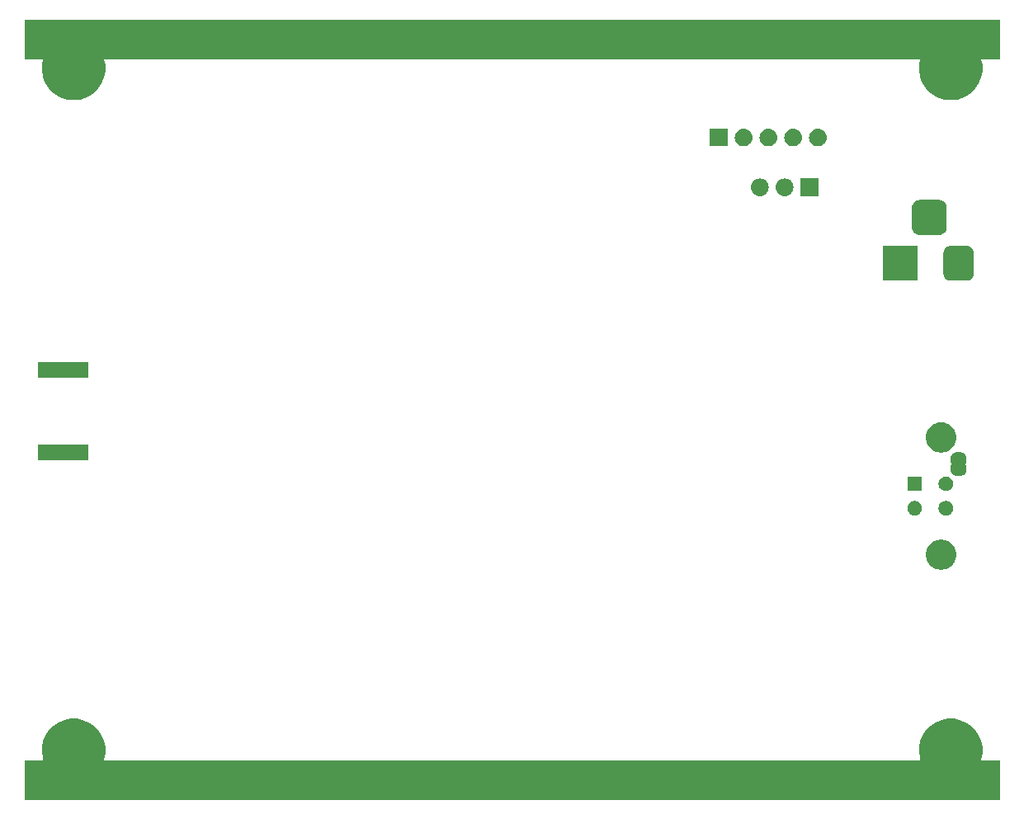
<source format=gbr>
G04 #@! TF.GenerationSoftware,KiCad,Pcbnew,(5.1.2)-1*
G04 #@! TF.CreationDate,2020-04-17T10:09:39+02:00*
G04 #@! TF.ProjectId,DeltaSDR,44656c74-6153-4445-922e-6b696361645f,rev?*
G04 #@! TF.SameCoordinates,Original*
G04 #@! TF.FileFunction,Soldermask,Bot*
G04 #@! TF.FilePolarity,Negative*
%FSLAX46Y46*%
G04 Gerber Fmt 4.6, Leading zero omitted, Abs format (unit mm)*
G04 Created by KiCad (PCBNEW (5.1.2)-1) date 2020-04-17 10:09:39*
%MOMM*%
%LPD*%
G04 APERTURE LIST*
%ADD10C,0.100000*%
G04 APERTURE END LIST*
D10*
G36*
X210000000Y-140000000D02*
G01*
X110000000Y-140000000D01*
X110000000Y-136000000D01*
X210000000Y-136000000D01*
X210000000Y-140000000D01*
G37*
X210000000Y-140000000D02*
X110000000Y-140000000D01*
X110000000Y-136000000D01*
X210000000Y-136000000D01*
X210000000Y-140000000D01*
G36*
X210000000Y-64000000D02*
G01*
X110000000Y-64000000D01*
X110000000Y-60000000D01*
X210000000Y-60000000D01*
X210000000Y-64000000D01*
G37*
X210000000Y-64000000D02*
X110000000Y-64000000D01*
X110000000Y-60000000D01*
X210000000Y-60000000D01*
X210000000Y-64000000D01*
G36*
X205634239Y-131811467D02*
G01*
X205948282Y-131873934D01*
X206539926Y-132119001D01*
X207072392Y-132474784D01*
X207525216Y-132927608D01*
X207880999Y-133460074D01*
X208126066Y-134051718D01*
X208126066Y-134051719D01*
X208251000Y-134679803D01*
X208251000Y-135320197D01*
X208188533Y-135634239D01*
X208126066Y-135948282D01*
X207880999Y-136539926D01*
X207525216Y-137072392D01*
X207072392Y-137525216D01*
X206539926Y-137880999D01*
X205948282Y-138126066D01*
X205634239Y-138188533D01*
X205320197Y-138251000D01*
X204679803Y-138251000D01*
X204365761Y-138188533D01*
X204051718Y-138126066D01*
X203460074Y-137880999D01*
X202927608Y-137525216D01*
X202474784Y-137072392D01*
X202119001Y-136539926D01*
X201873934Y-135948282D01*
X201811467Y-135634239D01*
X201749000Y-135320197D01*
X201749000Y-134679803D01*
X201873934Y-134051719D01*
X201873934Y-134051718D01*
X202119001Y-133460074D01*
X202474784Y-132927608D01*
X202927608Y-132474784D01*
X203460074Y-132119001D01*
X204051718Y-131873934D01*
X204365761Y-131811467D01*
X204679803Y-131749000D01*
X205320197Y-131749000D01*
X205634239Y-131811467D01*
X205634239Y-131811467D01*
G37*
G36*
X115634239Y-131811467D02*
G01*
X115948282Y-131873934D01*
X116539926Y-132119001D01*
X117072392Y-132474784D01*
X117525216Y-132927608D01*
X117880999Y-133460074D01*
X118126066Y-134051718D01*
X118126066Y-134051719D01*
X118251000Y-134679803D01*
X118251000Y-135320197D01*
X118188533Y-135634239D01*
X118126066Y-135948282D01*
X117880999Y-136539926D01*
X117525216Y-137072392D01*
X117072392Y-137525216D01*
X116539926Y-137880999D01*
X115948282Y-138126066D01*
X115634239Y-138188533D01*
X115320197Y-138251000D01*
X114679803Y-138251000D01*
X114365761Y-138188533D01*
X114051718Y-138126066D01*
X113460074Y-137880999D01*
X112927608Y-137525216D01*
X112474784Y-137072392D01*
X112119001Y-136539926D01*
X111873934Y-135948282D01*
X111811467Y-135634239D01*
X111749000Y-135320197D01*
X111749000Y-134679803D01*
X111873934Y-134051719D01*
X111873934Y-134051718D01*
X112119001Y-133460074D01*
X112474784Y-132927608D01*
X112927608Y-132474784D01*
X113460074Y-132119001D01*
X114051718Y-131873934D01*
X114365761Y-131811467D01*
X114679803Y-131749000D01*
X115320197Y-131749000D01*
X115634239Y-131811467D01*
X115634239Y-131811467D01*
G37*
G36*
X204317585Y-113393802D02*
G01*
X204467410Y-113423604D01*
X204749674Y-113540521D01*
X205003705Y-113710259D01*
X205219741Y-113926295D01*
X205389479Y-114180326D01*
X205506396Y-114462590D01*
X205566000Y-114762240D01*
X205566000Y-115067760D01*
X205506396Y-115367410D01*
X205389479Y-115649674D01*
X205219741Y-115903705D01*
X205003705Y-116119741D01*
X204749674Y-116289479D01*
X204467410Y-116406396D01*
X204317585Y-116436198D01*
X204167761Y-116466000D01*
X203862239Y-116466000D01*
X203712415Y-116436198D01*
X203562590Y-116406396D01*
X203280326Y-116289479D01*
X203026295Y-116119741D01*
X202810259Y-115903705D01*
X202640521Y-115649674D01*
X202523604Y-115367410D01*
X202464000Y-115067760D01*
X202464000Y-114762240D01*
X202523604Y-114462590D01*
X202640521Y-114180326D01*
X202810259Y-113926295D01*
X203026295Y-113710259D01*
X203280326Y-113540521D01*
X203562590Y-113423604D01*
X203712415Y-113393802D01*
X203862239Y-113364000D01*
X204167761Y-113364000D01*
X204317585Y-113393802D01*
X204317585Y-113393802D01*
G37*
G36*
X204724059Y-109422860D02*
G01*
X204860732Y-109479472D01*
X204983735Y-109561660D01*
X205088340Y-109666265D01*
X205170528Y-109789268D01*
X205227140Y-109925941D01*
X205256000Y-110071033D01*
X205256000Y-110218967D01*
X205227140Y-110364059D01*
X205170528Y-110500732D01*
X205088340Y-110623735D01*
X204983735Y-110728340D01*
X204860732Y-110810528D01*
X204860731Y-110810529D01*
X204860730Y-110810529D01*
X204724059Y-110867140D01*
X204578968Y-110896000D01*
X204431032Y-110896000D01*
X204285941Y-110867140D01*
X204149270Y-110810529D01*
X204149269Y-110810529D01*
X204149268Y-110810528D01*
X204026265Y-110728340D01*
X203921660Y-110623735D01*
X203839472Y-110500732D01*
X203782860Y-110364059D01*
X203754000Y-110218967D01*
X203754000Y-110071033D01*
X203782860Y-109925941D01*
X203839472Y-109789268D01*
X203921660Y-109666265D01*
X204026265Y-109561660D01*
X204149268Y-109479472D01*
X204285941Y-109422860D01*
X204431032Y-109394000D01*
X204578968Y-109394000D01*
X204724059Y-109422860D01*
X204724059Y-109422860D01*
G37*
G36*
X201524059Y-109422860D02*
G01*
X201660732Y-109479472D01*
X201783735Y-109561660D01*
X201888340Y-109666265D01*
X201970528Y-109789268D01*
X202027140Y-109925941D01*
X202056000Y-110071033D01*
X202056000Y-110218967D01*
X202027140Y-110364059D01*
X201970528Y-110500732D01*
X201888340Y-110623735D01*
X201783735Y-110728340D01*
X201660732Y-110810528D01*
X201660731Y-110810529D01*
X201660730Y-110810529D01*
X201524059Y-110867140D01*
X201378968Y-110896000D01*
X201231032Y-110896000D01*
X201085941Y-110867140D01*
X200949270Y-110810529D01*
X200949269Y-110810529D01*
X200949268Y-110810528D01*
X200826265Y-110728340D01*
X200721660Y-110623735D01*
X200639472Y-110500732D01*
X200582860Y-110364059D01*
X200554000Y-110218967D01*
X200554000Y-110071033D01*
X200582860Y-109925941D01*
X200639472Y-109789268D01*
X200721660Y-109666265D01*
X200826265Y-109561660D01*
X200949268Y-109479472D01*
X201085941Y-109422860D01*
X201231032Y-109394000D01*
X201378968Y-109394000D01*
X201524059Y-109422860D01*
X201524059Y-109422860D01*
G37*
G36*
X204724059Y-106922860D02*
G01*
X204860732Y-106979472D01*
X204983735Y-107061660D01*
X205088340Y-107166265D01*
X205170528Y-107289268D01*
X205227140Y-107425941D01*
X205256000Y-107571033D01*
X205256000Y-107718967D01*
X205227140Y-107864059D01*
X205170528Y-108000732D01*
X205088340Y-108123735D01*
X204983735Y-108228340D01*
X204860732Y-108310528D01*
X204860731Y-108310529D01*
X204860730Y-108310529D01*
X204724059Y-108367140D01*
X204578968Y-108396000D01*
X204431032Y-108396000D01*
X204285941Y-108367140D01*
X204149270Y-108310529D01*
X204149269Y-108310529D01*
X204149268Y-108310528D01*
X204026265Y-108228340D01*
X203921660Y-108123735D01*
X203839472Y-108000732D01*
X203782860Y-107864059D01*
X203754000Y-107718967D01*
X203754000Y-107571033D01*
X203782860Y-107425941D01*
X203839472Y-107289268D01*
X203921660Y-107166265D01*
X204026265Y-107061660D01*
X204149268Y-106979472D01*
X204285941Y-106922860D01*
X204431032Y-106894000D01*
X204578968Y-106894000D01*
X204724059Y-106922860D01*
X204724059Y-106922860D01*
G37*
G36*
X202056000Y-108396000D02*
G01*
X200554000Y-108396000D01*
X200554000Y-106894000D01*
X202056000Y-106894000D01*
X202056000Y-108396000D01*
X202056000Y-108396000D01*
G37*
G36*
X206062199Y-104399954D02*
G01*
X206074450Y-104400556D01*
X206092869Y-104400556D01*
X206115149Y-104402750D01*
X206199233Y-104419476D01*
X206220660Y-104425976D01*
X206299858Y-104458780D01*
X206305303Y-104461691D01*
X206305309Y-104461693D01*
X206314169Y-104466429D01*
X206314173Y-104466432D01*
X206319614Y-104469340D01*
X206390899Y-104516971D01*
X206408204Y-104531172D01*
X206468828Y-104591796D01*
X206483029Y-104609101D01*
X206530660Y-104680386D01*
X206533568Y-104685827D01*
X206533571Y-104685831D01*
X206538307Y-104694691D01*
X206538309Y-104694697D01*
X206541220Y-104700142D01*
X206574024Y-104779340D01*
X206580524Y-104800767D01*
X206597250Y-104884851D01*
X206599444Y-104907131D01*
X206599444Y-104925550D01*
X206600046Y-104937801D01*
X206601852Y-104956139D01*
X206601852Y-105443860D01*
X206600263Y-105459999D01*
X206597348Y-105469608D01*
X206592610Y-105478472D01*
X206586237Y-105486237D01*
X206573794Y-105496448D01*
X206563425Y-105503378D01*
X206546098Y-105520705D01*
X206532485Y-105541080D01*
X206523109Y-105563720D01*
X206518329Y-105587753D01*
X206518330Y-105612257D01*
X206523112Y-105636290D01*
X206532490Y-105658929D01*
X206546105Y-105679302D01*
X206563432Y-105696629D01*
X206573802Y-105703558D01*
X206586237Y-105713763D01*
X206592610Y-105721528D01*
X206597348Y-105730392D01*
X206600263Y-105740001D01*
X206601852Y-105756140D01*
X206601852Y-106243862D01*
X206600046Y-106262199D01*
X206599444Y-106274450D01*
X206599444Y-106292869D01*
X206597250Y-106315149D01*
X206580524Y-106399233D01*
X206574024Y-106420660D01*
X206541220Y-106499858D01*
X206538309Y-106505303D01*
X206538307Y-106505309D01*
X206533571Y-106514169D01*
X206533568Y-106514173D01*
X206530660Y-106519614D01*
X206483029Y-106590899D01*
X206468828Y-106608204D01*
X206408204Y-106668828D01*
X206390899Y-106683029D01*
X206319614Y-106730660D01*
X206314173Y-106733568D01*
X206314169Y-106733571D01*
X206305309Y-106738307D01*
X206305303Y-106738309D01*
X206299858Y-106741220D01*
X206220660Y-106774024D01*
X206199233Y-106780524D01*
X206115149Y-106797250D01*
X206092869Y-106799444D01*
X206074450Y-106799444D01*
X206062199Y-106800046D01*
X206043862Y-106801852D01*
X205556138Y-106801852D01*
X205537801Y-106800046D01*
X205525550Y-106799444D01*
X205507131Y-106799444D01*
X205484851Y-106797250D01*
X205400767Y-106780524D01*
X205379340Y-106774024D01*
X205300142Y-106741220D01*
X205294697Y-106738309D01*
X205294691Y-106738307D01*
X205285831Y-106733571D01*
X205285827Y-106733568D01*
X205280386Y-106730660D01*
X205209101Y-106683029D01*
X205191796Y-106668828D01*
X205131172Y-106608204D01*
X205116971Y-106590899D01*
X205069340Y-106519614D01*
X205066432Y-106514173D01*
X205066429Y-106514169D01*
X205061693Y-106505309D01*
X205061691Y-106505303D01*
X205058780Y-106499858D01*
X205025976Y-106420660D01*
X205019476Y-106399233D01*
X205002750Y-106315149D01*
X205000556Y-106292869D01*
X205000556Y-106274450D01*
X204999954Y-106262199D01*
X204998148Y-106243862D01*
X204998148Y-105756140D01*
X204999737Y-105740001D01*
X205002652Y-105730392D01*
X205007390Y-105721528D01*
X205013763Y-105713763D01*
X205026206Y-105703552D01*
X205036575Y-105696622D01*
X205053902Y-105679295D01*
X205067515Y-105658920D01*
X205076891Y-105636280D01*
X205081671Y-105612247D01*
X205081670Y-105587743D01*
X205076888Y-105563710D01*
X205067510Y-105541071D01*
X205053895Y-105520698D01*
X205036568Y-105503371D01*
X205026198Y-105496442D01*
X205013763Y-105486237D01*
X205007390Y-105478472D01*
X205002652Y-105469608D01*
X204999737Y-105459999D01*
X204998148Y-105443860D01*
X204998148Y-104956139D01*
X204999954Y-104937801D01*
X205000556Y-104925550D01*
X205000556Y-104907131D01*
X205002750Y-104884851D01*
X205019476Y-104800767D01*
X205025976Y-104779340D01*
X205058780Y-104700142D01*
X205061691Y-104694697D01*
X205061693Y-104694691D01*
X205066429Y-104685831D01*
X205066432Y-104685827D01*
X205069340Y-104680386D01*
X205116971Y-104609101D01*
X205131172Y-104591796D01*
X205191796Y-104531172D01*
X205209101Y-104516971D01*
X205280386Y-104469340D01*
X205285827Y-104466432D01*
X205285831Y-104466429D01*
X205294691Y-104461693D01*
X205294697Y-104461691D01*
X205300142Y-104458780D01*
X205379340Y-104425976D01*
X205400767Y-104419476D01*
X205484851Y-104402750D01*
X205507131Y-104400556D01*
X205525550Y-104400556D01*
X205537801Y-104399954D01*
X205556139Y-104398148D01*
X206043861Y-104398148D01*
X206062199Y-104399954D01*
X206062199Y-104399954D01*
G37*
G36*
X116491000Y-105251000D02*
G01*
X111309000Y-105251000D01*
X111309000Y-103649000D01*
X116491000Y-103649000D01*
X116491000Y-105251000D01*
X116491000Y-105251000D01*
G37*
G36*
X204317585Y-101353802D02*
G01*
X204467410Y-101383604D01*
X204749674Y-101500521D01*
X205003705Y-101670259D01*
X205219741Y-101886295D01*
X205389479Y-102140326D01*
X205506396Y-102422590D01*
X205566000Y-102722240D01*
X205566000Y-103027760D01*
X205506396Y-103327410D01*
X205389479Y-103609674D01*
X205219741Y-103863705D01*
X205003705Y-104079741D01*
X204749674Y-104249479D01*
X204467410Y-104366396D01*
X204317585Y-104396198D01*
X204167761Y-104426000D01*
X203862239Y-104426000D01*
X203712415Y-104396198D01*
X203562590Y-104366396D01*
X203280326Y-104249479D01*
X203026295Y-104079741D01*
X202810259Y-103863705D01*
X202640521Y-103609674D01*
X202523604Y-103327410D01*
X202464000Y-103027760D01*
X202464000Y-102722240D01*
X202523604Y-102422590D01*
X202640521Y-102140326D01*
X202810259Y-101886295D01*
X203026295Y-101670259D01*
X203280326Y-101500521D01*
X203562590Y-101383604D01*
X203712415Y-101353802D01*
X203862239Y-101324000D01*
X204167761Y-101324000D01*
X204317585Y-101353802D01*
X204317585Y-101353802D01*
G37*
G36*
X116491000Y-96751000D02*
G01*
X111309000Y-96751000D01*
X111309000Y-95149000D01*
X116491000Y-95149000D01*
X116491000Y-96751000D01*
X116491000Y-96751000D01*
G37*
G36*
X206776979Y-83213293D02*
G01*
X206910625Y-83253834D01*
X207033784Y-83319664D01*
X207141740Y-83408260D01*
X207230336Y-83516216D01*
X207296166Y-83639375D01*
X207336707Y-83773021D01*
X207351000Y-83918140D01*
X207351000Y-86081860D01*
X207336707Y-86226979D01*
X207296166Y-86360625D01*
X207230336Y-86483784D01*
X207141740Y-86591740D01*
X207033784Y-86680336D01*
X206910625Y-86746166D01*
X206776979Y-86786707D01*
X206631860Y-86801000D01*
X204968140Y-86801000D01*
X204823021Y-86786707D01*
X204689375Y-86746166D01*
X204566216Y-86680336D01*
X204458260Y-86591740D01*
X204369664Y-86483784D01*
X204303834Y-86360625D01*
X204263293Y-86226979D01*
X204249000Y-86081860D01*
X204249000Y-83918140D01*
X204263293Y-83773021D01*
X204303834Y-83639375D01*
X204369664Y-83516216D01*
X204458260Y-83408260D01*
X204566216Y-83319664D01*
X204689375Y-83253834D01*
X204823021Y-83213293D01*
X204968140Y-83199000D01*
X206631860Y-83199000D01*
X206776979Y-83213293D01*
X206776979Y-83213293D01*
G37*
G36*
X201601000Y-86801000D02*
G01*
X197999000Y-86801000D01*
X197999000Y-83199000D01*
X201601000Y-83199000D01*
X201601000Y-86801000D01*
X201601000Y-86801000D01*
G37*
G36*
X203926366Y-78515695D02*
G01*
X204083460Y-78563349D01*
X204228231Y-78640731D01*
X204355128Y-78744872D01*
X204459269Y-78871769D01*
X204536651Y-79016540D01*
X204584305Y-79173634D01*
X204601000Y-79343140D01*
X204601000Y-81256860D01*
X204584305Y-81426366D01*
X204536651Y-81583460D01*
X204459269Y-81728231D01*
X204355128Y-81855128D01*
X204228231Y-81959269D01*
X204083460Y-82036651D01*
X203926366Y-82084305D01*
X203756860Y-82101000D01*
X201843140Y-82101000D01*
X201673634Y-82084305D01*
X201516540Y-82036651D01*
X201371769Y-81959269D01*
X201244872Y-81855128D01*
X201140731Y-81728231D01*
X201063349Y-81583460D01*
X201015695Y-81426366D01*
X200999000Y-81256860D01*
X200999000Y-79343140D01*
X201015695Y-79173634D01*
X201063349Y-79016540D01*
X201140731Y-78871769D01*
X201244872Y-78744872D01*
X201371769Y-78640731D01*
X201516540Y-78563349D01*
X201673634Y-78515695D01*
X201843140Y-78499000D01*
X203756860Y-78499000D01*
X203926366Y-78515695D01*
X203926366Y-78515695D01*
G37*
G36*
X191401000Y-78101000D02*
G01*
X189599000Y-78101000D01*
X189599000Y-76299000D01*
X191401000Y-76299000D01*
X191401000Y-78101000D01*
X191401000Y-78101000D01*
G37*
G36*
X188070442Y-76305518D02*
G01*
X188136627Y-76312037D01*
X188306466Y-76363557D01*
X188462991Y-76447222D01*
X188498729Y-76476552D01*
X188600186Y-76559814D01*
X188683448Y-76661271D01*
X188712778Y-76697009D01*
X188796443Y-76853534D01*
X188847963Y-77023373D01*
X188865359Y-77200000D01*
X188847963Y-77376627D01*
X188796443Y-77546466D01*
X188712778Y-77702991D01*
X188683448Y-77738729D01*
X188600186Y-77840186D01*
X188498729Y-77923448D01*
X188462991Y-77952778D01*
X188306466Y-78036443D01*
X188136627Y-78087963D01*
X188070443Y-78094481D01*
X188004260Y-78101000D01*
X187915740Y-78101000D01*
X187849557Y-78094481D01*
X187783373Y-78087963D01*
X187613534Y-78036443D01*
X187457009Y-77952778D01*
X187421271Y-77923448D01*
X187319814Y-77840186D01*
X187236552Y-77738729D01*
X187207222Y-77702991D01*
X187123557Y-77546466D01*
X187072037Y-77376627D01*
X187054641Y-77200000D01*
X187072037Y-77023373D01*
X187123557Y-76853534D01*
X187207222Y-76697009D01*
X187236552Y-76661271D01*
X187319814Y-76559814D01*
X187421271Y-76476552D01*
X187457009Y-76447222D01*
X187613534Y-76363557D01*
X187783373Y-76312037D01*
X187849558Y-76305518D01*
X187915740Y-76299000D01*
X188004260Y-76299000D01*
X188070442Y-76305518D01*
X188070442Y-76305518D01*
G37*
G36*
X185530442Y-76305518D02*
G01*
X185596627Y-76312037D01*
X185766466Y-76363557D01*
X185922991Y-76447222D01*
X185958729Y-76476552D01*
X186060186Y-76559814D01*
X186143448Y-76661271D01*
X186172778Y-76697009D01*
X186256443Y-76853534D01*
X186307963Y-77023373D01*
X186325359Y-77200000D01*
X186307963Y-77376627D01*
X186256443Y-77546466D01*
X186172778Y-77702991D01*
X186143448Y-77738729D01*
X186060186Y-77840186D01*
X185958729Y-77923448D01*
X185922991Y-77952778D01*
X185766466Y-78036443D01*
X185596627Y-78087963D01*
X185530443Y-78094481D01*
X185464260Y-78101000D01*
X185375740Y-78101000D01*
X185309557Y-78094481D01*
X185243373Y-78087963D01*
X185073534Y-78036443D01*
X184917009Y-77952778D01*
X184881271Y-77923448D01*
X184779814Y-77840186D01*
X184696552Y-77738729D01*
X184667222Y-77702991D01*
X184583557Y-77546466D01*
X184532037Y-77376627D01*
X184514641Y-77200000D01*
X184532037Y-77023373D01*
X184583557Y-76853534D01*
X184667222Y-76697009D01*
X184696552Y-76661271D01*
X184779814Y-76559814D01*
X184881271Y-76476552D01*
X184917009Y-76447222D01*
X185073534Y-76363557D01*
X185243373Y-76312037D01*
X185309558Y-76305518D01*
X185375740Y-76299000D01*
X185464260Y-76299000D01*
X185530442Y-76305518D01*
X185530442Y-76305518D01*
G37*
G36*
X188930442Y-71205518D02*
G01*
X188996627Y-71212037D01*
X189166466Y-71263557D01*
X189322991Y-71347222D01*
X189358729Y-71376552D01*
X189460186Y-71459814D01*
X189543448Y-71561271D01*
X189572778Y-71597009D01*
X189656443Y-71753534D01*
X189707963Y-71923373D01*
X189725359Y-72100000D01*
X189707963Y-72276627D01*
X189656443Y-72446466D01*
X189572778Y-72602991D01*
X189543448Y-72638729D01*
X189460186Y-72740186D01*
X189358729Y-72823448D01*
X189322991Y-72852778D01*
X189166466Y-72936443D01*
X188996627Y-72987963D01*
X188930443Y-72994481D01*
X188864260Y-73001000D01*
X188775740Y-73001000D01*
X188709557Y-72994481D01*
X188643373Y-72987963D01*
X188473534Y-72936443D01*
X188317009Y-72852778D01*
X188281271Y-72823448D01*
X188179814Y-72740186D01*
X188096552Y-72638729D01*
X188067222Y-72602991D01*
X187983557Y-72446466D01*
X187932037Y-72276627D01*
X187914641Y-72100000D01*
X187932037Y-71923373D01*
X187983557Y-71753534D01*
X188067222Y-71597009D01*
X188096552Y-71561271D01*
X188179814Y-71459814D01*
X188281271Y-71376552D01*
X188317009Y-71347222D01*
X188473534Y-71263557D01*
X188643373Y-71212037D01*
X188709558Y-71205518D01*
X188775740Y-71199000D01*
X188864260Y-71199000D01*
X188930442Y-71205518D01*
X188930442Y-71205518D01*
G37*
G36*
X186390442Y-71205518D02*
G01*
X186456627Y-71212037D01*
X186626466Y-71263557D01*
X186782991Y-71347222D01*
X186818729Y-71376552D01*
X186920186Y-71459814D01*
X187003448Y-71561271D01*
X187032778Y-71597009D01*
X187116443Y-71753534D01*
X187167963Y-71923373D01*
X187185359Y-72100000D01*
X187167963Y-72276627D01*
X187116443Y-72446466D01*
X187032778Y-72602991D01*
X187003448Y-72638729D01*
X186920186Y-72740186D01*
X186818729Y-72823448D01*
X186782991Y-72852778D01*
X186626466Y-72936443D01*
X186456627Y-72987963D01*
X186390443Y-72994481D01*
X186324260Y-73001000D01*
X186235740Y-73001000D01*
X186169557Y-72994481D01*
X186103373Y-72987963D01*
X185933534Y-72936443D01*
X185777009Y-72852778D01*
X185741271Y-72823448D01*
X185639814Y-72740186D01*
X185556552Y-72638729D01*
X185527222Y-72602991D01*
X185443557Y-72446466D01*
X185392037Y-72276627D01*
X185374641Y-72100000D01*
X185392037Y-71923373D01*
X185443557Y-71753534D01*
X185527222Y-71597009D01*
X185556552Y-71561271D01*
X185639814Y-71459814D01*
X185741271Y-71376552D01*
X185777009Y-71347222D01*
X185933534Y-71263557D01*
X186103373Y-71212037D01*
X186169558Y-71205518D01*
X186235740Y-71199000D01*
X186324260Y-71199000D01*
X186390442Y-71205518D01*
X186390442Y-71205518D01*
G37*
G36*
X182101000Y-73001000D02*
G01*
X180299000Y-73001000D01*
X180299000Y-71199000D01*
X182101000Y-71199000D01*
X182101000Y-73001000D01*
X182101000Y-73001000D01*
G37*
G36*
X183850442Y-71205518D02*
G01*
X183916627Y-71212037D01*
X184086466Y-71263557D01*
X184242991Y-71347222D01*
X184278729Y-71376552D01*
X184380186Y-71459814D01*
X184463448Y-71561271D01*
X184492778Y-71597009D01*
X184576443Y-71753534D01*
X184627963Y-71923373D01*
X184645359Y-72100000D01*
X184627963Y-72276627D01*
X184576443Y-72446466D01*
X184492778Y-72602991D01*
X184463448Y-72638729D01*
X184380186Y-72740186D01*
X184278729Y-72823448D01*
X184242991Y-72852778D01*
X184086466Y-72936443D01*
X183916627Y-72987963D01*
X183850443Y-72994481D01*
X183784260Y-73001000D01*
X183695740Y-73001000D01*
X183629557Y-72994481D01*
X183563373Y-72987963D01*
X183393534Y-72936443D01*
X183237009Y-72852778D01*
X183201271Y-72823448D01*
X183099814Y-72740186D01*
X183016552Y-72638729D01*
X182987222Y-72602991D01*
X182903557Y-72446466D01*
X182852037Y-72276627D01*
X182834641Y-72100000D01*
X182852037Y-71923373D01*
X182903557Y-71753534D01*
X182987222Y-71597009D01*
X183016552Y-71561271D01*
X183099814Y-71459814D01*
X183201271Y-71376552D01*
X183237009Y-71347222D01*
X183393534Y-71263557D01*
X183563373Y-71212037D01*
X183629558Y-71205518D01*
X183695740Y-71199000D01*
X183784260Y-71199000D01*
X183850442Y-71205518D01*
X183850442Y-71205518D01*
G37*
G36*
X191470442Y-71205518D02*
G01*
X191536627Y-71212037D01*
X191706466Y-71263557D01*
X191862991Y-71347222D01*
X191898729Y-71376552D01*
X192000186Y-71459814D01*
X192083448Y-71561271D01*
X192112778Y-71597009D01*
X192196443Y-71753534D01*
X192247963Y-71923373D01*
X192265359Y-72100000D01*
X192247963Y-72276627D01*
X192196443Y-72446466D01*
X192112778Y-72602991D01*
X192083448Y-72638729D01*
X192000186Y-72740186D01*
X191898729Y-72823448D01*
X191862991Y-72852778D01*
X191706466Y-72936443D01*
X191536627Y-72987963D01*
X191470443Y-72994481D01*
X191404260Y-73001000D01*
X191315740Y-73001000D01*
X191249557Y-72994481D01*
X191183373Y-72987963D01*
X191013534Y-72936443D01*
X190857009Y-72852778D01*
X190821271Y-72823448D01*
X190719814Y-72740186D01*
X190636552Y-72638729D01*
X190607222Y-72602991D01*
X190523557Y-72446466D01*
X190472037Y-72276627D01*
X190454641Y-72100000D01*
X190472037Y-71923373D01*
X190523557Y-71753534D01*
X190607222Y-71597009D01*
X190636552Y-71561271D01*
X190719814Y-71459814D01*
X190821271Y-71376552D01*
X190857009Y-71347222D01*
X191013534Y-71263557D01*
X191183373Y-71212037D01*
X191249558Y-71205518D01*
X191315740Y-71199000D01*
X191404260Y-71199000D01*
X191470442Y-71205518D01*
X191470442Y-71205518D01*
G37*
G36*
X115634239Y-61811467D02*
G01*
X115948282Y-61873934D01*
X116539926Y-62119001D01*
X117072392Y-62474784D01*
X117525216Y-62927608D01*
X117880999Y-63460074D01*
X118126066Y-64051718D01*
X118126066Y-64051719D01*
X118251000Y-64679803D01*
X118251000Y-65320197D01*
X118188533Y-65634239D01*
X118126066Y-65948282D01*
X117880999Y-66539926D01*
X117525216Y-67072392D01*
X117072392Y-67525216D01*
X116539926Y-67880999D01*
X115948282Y-68126066D01*
X115634239Y-68188533D01*
X115320197Y-68251000D01*
X114679803Y-68251000D01*
X114365761Y-68188533D01*
X114051718Y-68126066D01*
X113460074Y-67880999D01*
X112927608Y-67525216D01*
X112474784Y-67072392D01*
X112119001Y-66539926D01*
X111873934Y-65948282D01*
X111811467Y-65634239D01*
X111749000Y-65320197D01*
X111749000Y-64679803D01*
X111873934Y-64051719D01*
X111873934Y-64051718D01*
X112119001Y-63460074D01*
X112474784Y-62927608D01*
X112927608Y-62474784D01*
X113460074Y-62119001D01*
X114051718Y-61873934D01*
X114365761Y-61811467D01*
X114679803Y-61749000D01*
X115320197Y-61749000D01*
X115634239Y-61811467D01*
X115634239Y-61811467D01*
G37*
G36*
X205634239Y-61811467D02*
G01*
X205948282Y-61873934D01*
X206539926Y-62119001D01*
X207072392Y-62474784D01*
X207525216Y-62927608D01*
X207880999Y-63460074D01*
X208126066Y-64051718D01*
X208126066Y-64051719D01*
X208251000Y-64679803D01*
X208251000Y-65320197D01*
X208188533Y-65634239D01*
X208126066Y-65948282D01*
X207880999Y-66539926D01*
X207525216Y-67072392D01*
X207072392Y-67525216D01*
X206539926Y-67880999D01*
X205948282Y-68126066D01*
X205634239Y-68188533D01*
X205320197Y-68251000D01*
X204679803Y-68251000D01*
X204365761Y-68188533D01*
X204051718Y-68126066D01*
X203460074Y-67880999D01*
X202927608Y-67525216D01*
X202474784Y-67072392D01*
X202119001Y-66539926D01*
X201873934Y-65948282D01*
X201811467Y-65634239D01*
X201749000Y-65320197D01*
X201749000Y-64679803D01*
X201873934Y-64051719D01*
X201873934Y-64051718D01*
X202119001Y-63460074D01*
X202474784Y-62927608D01*
X202927608Y-62474784D01*
X203460074Y-62119001D01*
X204051718Y-61873934D01*
X204365761Y-61811467D01*
X204679803Y-61749000D01*
X205320197Y-61749000D01*
X205634239Y-61811467D01*
X205634239Y-61811467D01*
G37*
M02*

</source>
